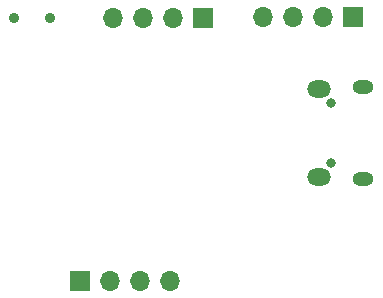
<source format=gbr>
%TF.GenerationSoftware,KiCad,Pcbnew,7.0.1*%
%TF.CreationDate,2024-04-05T01:09:51+05:30*%
%TF.ProjectId,stm32spi_new,73746d33-3273-4706-995f-6e65772e6b69,rev?*%
%TF.SameCoordinates,Original*%
%TF.FileFunction,Soldermask,Bot*%
%TF.FilePolarity,Negative*%
%FSLAX46Y46*%
G04 Gerber Fmt 4.6, Leading zero omitted, Abs format (unit mm)*
G04 Created by KiCad (PCBNEW 7.0.1) date 2024-04-05 01:09:51*
%MOMM*%
%LPD*%
G01*
G04 APERTURE LIST*
%ADD10O,1.700000X1.700000*%
%ADD11R,1.700000X1.700000*%
%ADD12O,0.800000X0.800000*%
%ADD13O,1.800000X1.150000*%
%ADD14O,2.000000X1.450000*%
%ADD15C,0.900000*%
G04 APERTURE END LIST*
D10*
%TO.C,UART*%
X154880000Y-91390000D03*
X157420000Y-91390000D03*
X159960000Y-91390000D03*
D11*
X162500000Y-91390000D03*
%TD*%
D12*
%TO.C,J1*%
X173370000Y-103620000D03*
X173370000Y-98620000D03*
D13*
X176120000Y-104995000D03*
D14*
X172320000Y-104845000D03*
X172320000Y-97395000D03*
D13*
X176120000Y-97245000D03*
%TD*%
D10*
%TO.C,SWD*%
X167600000Y-91310000D03*
X170140000Y-91310000D03*
X172680000Y-91310000D03*
D11*
X175220000Y-91310000D03*
%TD*%
D15*
%TO.C,BOOT*%
X146570000Y-91390000D03*
X149570000Y-91390000D03*
%TD*%
D10*
%TO.C,I2C*%
X159700000Y-113640000D03*
X157160000Y-113640000D03*
X154620000Y-113640000D03*
D11*
X152080000Y-113640000D03*
%TD*%
M02*

</source>
